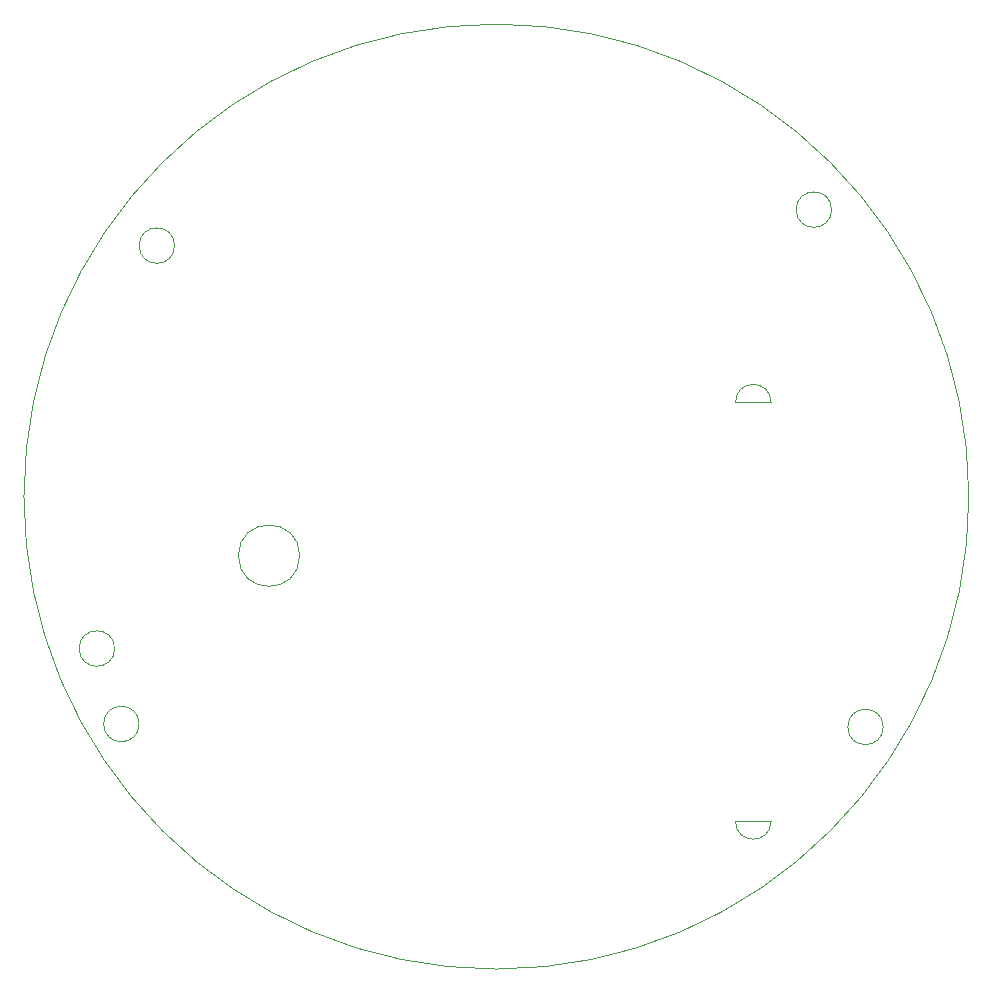
<source format=gbr>
%TF.GenerationSoftware,KiCad,Pcbnew,8.0.5*%
%TF.CreationDate,2024-10-28T11:51:33+01:00*%
%TF.ProjectId,Scent_Diffuser,5363656e-745f-4446-9966-66757365722e,rev?*%
%TF.SameCoordinates,Original*%
%TF.FileFunction,Profile,NP*%
%FSLAX46Y46*%
G04 Gerber Fmt 4.6, Leading zero omitted, Abs format (unit mm)*
G04 Created by KiCad (PCBNEW 8.0.5) date 2024-10-28 11:51:33*
%MOMM*%
%LPD*%
G01*
G04 APERTURE LIST*
%TA.AperFunction,Profile*%
%ADD10C,0.050000*%
%TD*%
G04 APERTURE END LIST*
D10*
X44426000Y-153111200D02*
G75*
G02*
X41426000Y-153111200I-1500000J0D01*
G01*
X41426000Y-153111200D02*
G75*
G02*
X44426000Y-153111200I1500000J0D01*
G01*
X97000000Y-132250000D02*
G75*
G02*
X100000000Y-132250000I1500000J0D01*
G01*
X60100000Y-145250000D02*
G75*
G02*
X54900000Y-145250000I-2600000J0D01*
G01*
X54900000Y-145250000D02*
G75*
G02*
X60100000Y-145250000I2600000J0D01*
G01*
X100000000Y-167750000D02*
G75*
G02*
X97000000Y-167750000I-1500000J0D01*
G01*
X116750000Y-140250000D02*
G75*
G02*
X36750000Y-140250000I-40000000J0D01*
G01*
X36750000Y-140250000D02*
G75*
G02*
X116750000Y-140250000I40000000J0D01*
G01*
X49500000Y-119000000D02*
G75*
G02*
X46500000Y-119000000I-1500000J0D01*
G01*
X46500000Y-119000000D02*
G75*
G02*
X49500000Y-119000000I1500000J0D01*
G01*
X97000000Y-132250000D02*
X100000000Y-132250000D01*
X105132000Y-115951000D02*
G75*
G02*
X102132000Y-115951000I-1500000J0D01*
G01*
X102132000Y-115951000D02*
G75*
G02*
X105132000Y-115951000I1500000J0D01*
G01*
X46500000Y-159500000D02*
G75*
G02*
X43500000Y-159500000I-1500000J0D01*
G01*
X43500000Y-159500000D02*
G75*
G02*
X46500000Y-159500000I1500000J0D01*
G01*
X109500000Y-159750000D02*
G75*
G02*
X106500000Y-159750000I-1500000J0D01*
G01*
X106500000Y-159750000D02*
G75*
G02*
X109500000Y-159750000I1500000J0D01*
G01*
X100000000Y-167750000D02*
X97000000Y-167750000D01*
M02*

</source>
